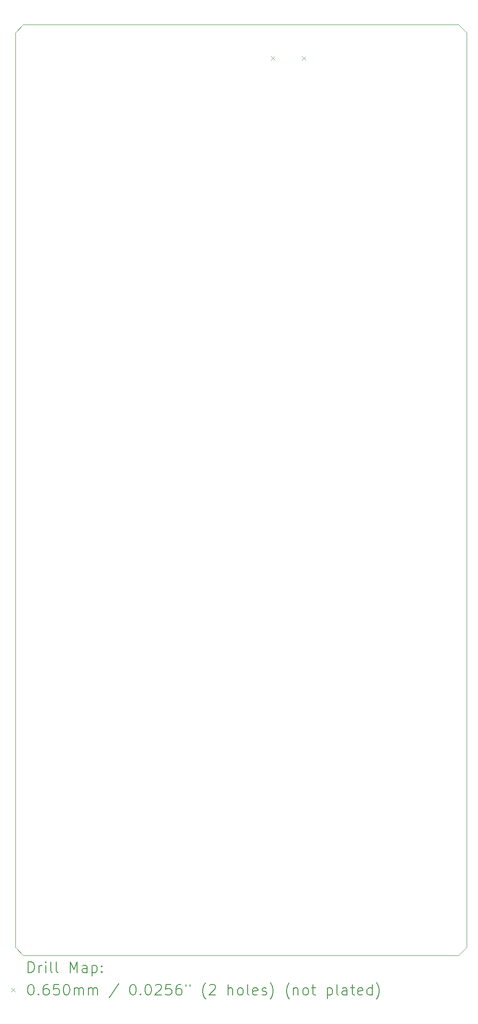
<source format=gbr>
%TF.GenerationSoftware,KiCad,Pcbnew,7.0.2*%
%TF.CreationDate,2023-05-23T23:28:56+01:00*%
%TF.ProjectId,kat_control_board,6b61745f-636f-46e7-9472-6f6c5f626f61,rev?*%
%TF.SameCoordinates,Original*%
%TF.FileFunction,Drillmap*%
%TF.FilePolarity,Positive*%
%FSLAX45Y45*%
G04 Gerber Fmt 4.5, Leading zero omitted, Abs format (unit mm)*
G04 Created by KiCad (PCBNEW 7.0.2) date 2023-05-23 23:28:56*
%MOMM*%
%LPD*%
G01*
G04 APERTURE LIST*
%ADD10C,0.100000*%
%ADD11C,0.200000*%
%ADD12C,0.065000*%
G04 APERTURE END LIST*
D10*
X11275000Y-18900000D02*
X11125000Y-19050000D01*
X3000000Y-1700000D02*
X11125000Y-1700000D01*
X11125000Y-1700000D02*
X11275000Y-1850000D01*
X2850000Y-18900000D02*
X3000000Y-19050000D01*
X2850000Y-18900000D02*
X2850000Y-1850000D01*
X11275000Y-1850000D02*
X11275000Y-18900000D01*
X11125000Y-19050000D02*
X3000000Y-19050000D01*
X2850000Y-1850000D02*
X3000000Y-1700000D01*
D11*
D12*
X7628500Y-2298000D02*
X7693500Y-2363000D01*
X7693500Y-2298000D02*
X7628500Y-2363000D01*
X8206500Y-2298000D02*
X8271500Y-2363000D01*
X8271500Y-2298000D02*
X8206500Y-2363000D01*
D11*
X3092619Y-19367524D02*
X3092619Y-19167524D01*
X3092619Y-19167524D02*
X3140238Y-19167524D01*
X3140238Y-19167524D02*
X3168809Y-19177048D01*
X3168809Y-19177048D02*
X3187857Y-19196095D01*
X3187857Y-19196095D02*
X3197381Y-19215143D01*
X3197381Y-19215143D02*
X3206905Y-19253238D01*
X3206905Y-19253238D02*
X3206905Y-19281810D01*
X3206905Y-19281810D02*
X3197381Y-19319905D01*
X3197381Y-19319905D02*
X3187857Y-19338952D01*
X3187857Y-19338952D02*
X3168809Y-19358000D01*
X3168809Y-19358000D02*
X3140238Y-19367524D01*
X3140238Y-19367524D02*
X3092619Y-19367524D01*
X3292619Y-19367524D02*
X3292619Y-19234190D01*
X3292619Y-19272286D02*
X3302143Y-19253238D01*
X3302143Y-19253238D02*
X3311667Y-19243714D01*
X3311667Y-19243714D02*
X3330714Y-19234190D01*
X3330714Y-19234190D02*
X3349762Y-19234190D01*
X3416428Y-19367524D02*
X3416428Y-19234190D01*
X3416428Y-19167524D02*
X3406905Y-19177048D01*
X3406905Y-19177048D02*
X3416428Y-19186571D01*
X3416428Y-19186571D02*
X3425952Y-19177048D01*
X3425952Y-19177048D02*
X3416428Y-19167524D01*
X3416428Y-19167524D02*
X3416428Y-19186571D01*
X3540238Y-19367524D02*
X3521190Y-19358000D01*
X3521190Y-19358000D02*
X3511667Y-19338952D01*
X3511667Y-19338952D02*
X3511667Y-19167524D01*
X3645000Y-19367524D02*
X3625952Y-19358000D01*
X3625952Y-19358000D02*
X3616428Y-19338952D01*
X3616428Y-19338952D02*
X3616428Y-19167524D01*
X3873571Y-19367524D02*
X3873571Y-19167524D01*
X3873571Y-19167524D02*
X3940238Y-19310381D01*
X3940238Y-19310381D02*
X4006905Y-19167524D01*
X4006905Y-19167524D02*
X4006905Y-19367524D01*
X4187857Y-19367524D02*
X4187857Y-19262762D01*
X4187857Y-19262762D02*
X4178333Y-19243714D01*
X4178333Y-19243714D02*
X4159286Y-19234190D01*
X4159286Y-19234190D02*
X4121190Y-19234190D01*
X4121190Y-19234190D02*
X4102143Y-19243714D01*
X4187857Y-19358000D02*
X4168809Y-19367524D01*
X4168809Y-19367524D02*
X4121190Y-19367524D01*
X4121190Y-19367524D02*
X4102143Y-19358000D01*
X4102143Y-19358000D02*
X4092619Y-19338952D01*
X4092619Y-19338952D02*
X4092619Y-19319905D01*
X4092619Y-19319905D02*
X4102143Y-19300857D01*
X4102143Y-19300857D02*
X4121190Y-19291333D01*
X4121190Y-19291333D02*
X4168809Y-19291333D01*
X4168809Y-19291333D02*
X4187857Y-19281810D01*
X4283095Y-19234190D02*
X4283095Y-19434190D01*
X4283095Y-19243714D02*
X4302143Y-19234190D01*
X4302143Y-19234190D02*
X4340238Y-19234190D01*
X4340238Y-19234190D02*
X4359286Y-19243714D01*
X4359286Y-19243714D02*
X4368810Y-19253238D01*
X4368810Y-19253238D02*
X4378333Y-19272286D01*
X4378333Y-19272286D02*
X4378333Y-19329429D01*
X4378333Y-19329429D02*
X4368810Y-19348476D01*
X4368810Y-19348476D02*
X4359286Y-19358000D01*
X4359286Y-19358000D02*
X4340238Y-19367524D01*
X4340238Y-19367524D02*
X4302143Y-19367524D01*
X4302143Y-19367524D02*
X4283095Y-19358000D01*
X4464048Y-19348476D02*
X4473571Y-19358000D01*
X4473571Y-19358000D02*
X4464048Y-19367524D01*
X4464048Y-19367524D02*
X4454524Y-19358000D01*
X4454524Y-19358000D02*
X4464048Y-19348476D01*
X4464048Y-19348476D02*
X4464048Y-19367524D01*
X4464048Y-19243714D02*
X4473571Y-19253238D01*
X4473571Y-19253238D02*
X4464048Y-19262762D01*
X4464048Y-19262762D02*
X4454524Y-19253238D01*
X4454524Y-19253238D02*
X4464048Y-19243714D01*
X4464048Y-19243714D02*
X4464048Y-19262762D01*
D12*
X2780000Y-19662500D02*
X2845000Y-19727500D01*
X2845000Y-19662500D02*
X2780000Y-19727500D01*
D11*
X3130714Y-19587524D02*
X3149762Y-19587524D01*
X3149762Y-19587524D02*
X3168809Y-19597048D01*
X3168809Y-19597048D02*
X3178333Y-19606571D01*
X3178333Y-19606571D02*
X3187857Y-19625619D01*
X3187857Y-19625619D02*
X3197381Y-19663714D01*
X3197381Y-19663714D02*
X3197381Y-19711333D01*
X3197381Y-19711333D02*
X3187857Y-19749429D01*
X3187857Y-19749429D02*
X3178333Y-19768476D01*
X3178333Y-19768476D02*
X3168809Y-19778000D01*
X3168809Y-19778000D02*
X3149762Y-19787524D01*
X3149762Y-19787524D02*
X3130714Y-19787524D01*
X3130714Y-19787524D02*
X3111667Y-19778000D01*
X3111667Y-19778000D02*
X3102143Y-19768476D01*
X3102143Y-19768476D02*
X3092619Y-19749429D01*
X3092619Y-19749429D02*
X3083095Y-19711333D01*
X3083095Y-19711333D02*
X3083095Y-19663714D01*
X3083095Y-19663714D02*
X3092619Y-19625619D01*
X3092619Y-19625619D02*
X3102143Y-19606571D01*
X3102143Y-19606571D02*
X3111667Y-19597048D01*
X3111667Y-19597048D02*
X3130714Y-19587524D01*
X3283095Y-19768476D02*
X3292619Y-19778000D01*
X3292619Y-19778000D02*
X3283095Y-19787524D01*
X3283095Y-19787524D02*
X3273571Y-19778000D01*
X3273571Y-19778000D02*
X3283095Y-19768476D01*
X3283095Y-19768476D02*
X3283095Y-19787524D01*
X3464048Y-19587524D02*
X3425952Y-19587524D01*
X3425952Y-19587524D02*
X3406905Y-19597048D01*
X3406905Y-19597048D02*
X3397381Y-19606571D01*
X3397381Y-19606571D02*
X3378333Y-19635143D01*
X3378333Y-19635143D02*
X3368809Y-19673238D01*
X3368809Y-19673238D02*
X3368809Y-19749429D01*
X3368809Y-19749429D02*
X3378333Y-19768476D01*
X3378333Y-19768476D02*
X3387857Y-19778000D01*
X3387857Y-19778000D02*
X3406905Y-19787524D01*
X3406905Y-19787524D02*
X3445000Y-19787524D01*
X3445000Y-19787524D02*
X3464048Y-19778000D01*
X3464048Y-19778000D02*
X3473571Y-19768476D01*
X3473571Y-19768476D02*
X3483095Y-19749429D01*
X3483095Y-19749429D02*
X3483095Y-19701810D01*
X3483095Y-19701810D02*
X3473571Y-19682762D01*
X3473571Y-19682762D02*
X3464048Y-19673238D01*
X3464048Y-19673238D02*
X3445000Y-19663714D01*
X3445000Y-19663714D02*
X3406905Y-19663714D01*
X3406905Y-19663714D02*
X3387857Y-19673238D01*
X3387857Y-19673238D02*
X3378333Y-19682762D01*
X3378333Y-19682762D02*
X3368809Y-19701810D01*
X3664048Y-19587524D02*
X3568809Y-19587524D01*
X3568809Y-19587524D02*
X3559286Y-19682762D01*
X3559286Y-19682762D02*
X3568809Y-19673238D01*
X3568809Y-19673238D02*
X3587857Y-19663714D01*
X3587857Y-19663714D02*
X3635476Y-19663714D01*
X3635476Y-19663714D02*
X3654524Y-19673238D01*
X3654524Y-19673238D02*
X3664048Y-19682762D01*
X3664048Y-19682762D02*
X3673571Y-19701810D01*
X3673571Y-19701810D02*
X3673571Y-19749429D01*
X3673571Y-19749429D02*
X3664048Y-19768476D01*
X3664048Y-19768476D02*
X3654524Y-19778000D01*
X3654524Y-19778000D02*
X3635476Y-19787524D01*
X3635476Y-19787524D02*
X3587857Y-19787524D01*
X3587857Y-19787524D02*
X3568809Y-19778000D01*
X3568809Y-19778000D02*
X3559286Y-19768476D01*
X3797381Y-19587524D02*
X3816429Y-19587524D01*
X3816429Y-19587524D02*
X3835476Y-19597048D01*
X3835476Y-19597048D02*
X3845000Y-19606571D01*
X3845000Y-19606571D02*
X3854524Y-19625619D01*
X3854524Y-19625619D02*
X3864048Y-19663714D01*
X3864048Y-19663714D02*
X3864048Y-19711333D01*
X3864048Y-19711333D02*
X3854524Y-19749429D01*
X3854524Y-19749429D02*
X3845000Y-19768476D01*
X3845000Y-19768476D02*
X3835476Y-19778000D01*
X3835476Y-19778000D02*
X3816429Y-19787524D01*
X3816429Y-19787524D02*
X3797381Y-19787524D01*
X3797381Y-19787524D02*
X3778333Y-19778000D01*
X3778333Y-19778000D02*
X3768809Y-19768476D01*
X3768809Y-19768476D02*
X3759286Y-19749429D01*
X3759286Y-19749429D02*
X3749762Y-19711333D01*
X3749762Y-19711333D02*
X3749762Y-19663714D01*
X3749762Y-19663714D02*
X3759286Y-19625619D01*
X3759286Y-19625619D02*
X3768809Y-19606571D01*
X3768809Y-19606571D02*
X3778333Y-19597048D01*
X3778333Y-19597048D02*
X3797381Y-19587524D01*
X3949762Y-19787524D02*
X3949762Y-19654190D01*
X3949762Y-19673238D02*
X3959286Y-19663714D01*
X3959286Y-19663714D02*
X3978333Y-19654190D01*
X3978333Y-19654190D02*
X4006905Y-19654190D01*
X4006905Y-19654190D02*
X4025952Y-19663714D01*
X4025952Y-19663714D02*
X4035476Y-19682762D01*
X4035476Y-19682762D02*
X4035476Y-19787524D01*
X4035476Y-19682762D02*
X4045000Y-19663714D01*
X4045000Y-19663714D02*
X4064048Y-19654190D01*
X4064048Y-19654190D02*
X4092619Y-19654190D01*
X4092619Y-19654190D02*
X4111667Y-19663714D01*
X4111667Y-19663714D02*
X4121190Y-19682762D01*
X4121190Y-19682762D02*
X4121190Y-19787524D01*
X4216429Y-19787524D02*
X4216429Y-19654190D01*
X4216429Y-19673238D02*
X4225952Y-19663714D01*
X4225952Y-19663714D02*
X4245000Y-19654190D01*
X4245000Y-19654190D02*
X4273572Y-19654190D01*
X4273572Y-19654190D02*
X4292619Y-19663714D01*
X4292619Y-19663714D02*
X4302143Y-19682762D01*
X4302143Y-19682762D02*
X4302143Y-19787524D01*
X4302143Y-19682762D02*
X4311667Y-19663714D01*
X4311667Y-19663714D02*
X4330714Y-19654190D01*
X4330714Y-19654190D02*
X4359286Y-19654190D01*
X4359286Y-19654190D02*
X4378333Y-19663714D01*
X4378333Y-19663714D02*
X4387857Y-19682762D01*
X4387857Y-19682762D02*
X4387857Y-19787524D01*
X4778333Y-19578000D02*
X4606905Y-19835143D01*
X5035476Y-19587524D02*
X5054524Y-19587524D01*
X5054524Y-19587524D02*
X5073572Y-19597048D01*
X5073572Y-19597048D02*
X5083095Y-19606571D01*
X5083095Y-19606571D02*
X5092619Y-19625619D01*
X5092619Y-19625619D02*
X5102143Y-19663714D01*
X5102143Y-19663714D02*
X5102143Y-19711333D01*
X5102143Y-19711333D02*
X5092619Y-19749429D01*
X5092619Y-19749429D02*
X5083095Y-19768476D01*
X5083095Y-19768476D02*
X5073572Y-19778000D01*
X5073572Y-19778000D02*
X5054524Y-19787524D01*
X5054524Y-19787524D02*
X5035476Y-19787524D01*
X5035476Y-19787524D02*
X5016429Y-19778000D01*
X5016429Y-19778000D02*
X5006905Y-19768476D01*
X5006905Y-19768476D02*
X4997381Y-19749429D01*
X4997381Y-19749429D02*
X4987857Y-19711333D01*
X4987857Y-19711333D02*
X4987857Y-19663714D01*
X4987857Y-19663714D02*
X4997381Y-19625619D01*
X4997381Y-19625619D02*
X5006905Y-19606571D01*
X5006905Y-19606571D02*
X5016429Y-19597048D01*
X5016429Y-19597048D02*
X5035476Y-19587524D01*
X5187857Y-19768476D02*
X5197381Y-19778000D01*
X5197381Y-19778000D02*
X5187857Y-19787524D01*
X5187857Y-19787524D02*
X5178334Y-19778000D01*
X5178334Y-19778000D02*
X5187857Y-19768476D01*
X5187857Y-19768476D02*
X5187857Y-19787524D01*
X5321191Y-19587524D02*
X5340238Y-19587524D01*
X5340238Y-19587524D02*
X5359286Y-19597048D01*
X5359286Y-19597048D02*
X5368810Y-19606571D01*
X5368810Y-19606571D02*
X5378334Y-19625619D01*
X5378334Y-19625619D02*
X5387857Y-19663714D01*
X5387857Y-19663714D02*
X5387857Y-19711333D01*
X5387857Y-19711333D02*
X5378334Y-19749429D01*
X5378334Y-19749429D02*
X5368810Y-19768476D01*
X5368810Y-19768476D02*
X5359286Y-19778000D01*
X5359286Y-19778000D02*
X5340238Y-19787524D01*
X5340238Y-19787524D02*
X5321191Y-19787524D01*
X5321191Y-19787524D02*
X5302143Y-19778000D01*
X5302143Y-19778000D02*
X5292619Y-19768476D01*
X5292619Y-19768476D02*
X5283095Y-19749429D01*
X5283095Y-19749429D02*
X5273572Y-19711333D01*
X5273572Y-19711333D02*
X5273572Y-19663714D01*
X5273572Y-19663714D02*
X5283095Y-19625619D01*
X5283095Y-19625619D02*
X5292619Y-19606571D01*
X5292619Y-19606571D02*
X5302143Y-19597048D01*
X5302143Y-19597048D02*
X5321191Y-19587524D01*
X5464048Y-19606571D02*
X5473572Y-19597048D01*
X5473572Y-19597048D02*
X5492619Y-19587524D01*
X5492619Y-19587524D02*
X5540238Y-19587524D01*
X5540238Y-19587524D02*
X5559286Y-19597048D01*
X5559286Y-19597048D02*
X5568810Y-19606571D01*
X5568810Y-19606571D02*
X5578334Y-19625619D01*
X5578334Y-19625619D02*
X5578334Y-19644667D01*
X5578334Y-19644667D02*
X5568810Y-19673238D01*
X5568810Y-19673238D02*
X5454524Y-19787524D01*
X5454524Y-19787524D02*
X5578334Y-19787524D01*
X5759286Y-19587524D02*
X5664048Y-19587524D01*
X5664048Y-19587524D02*
X5654524Y-19682762D01*
X5654524Y-19682762D02*
X5664048Y-19673238D01*
X5664048Y-19673238D02*
X5683095Y-19663714D01*
X5683095Y-19663714D02*
X5730714Y-19663714D01*
X5730714Y-19663714D02*
X5749762Y-19673238D01*
X5749762Y-19673238D02*
X5759286Y-19682762D01*
X5759286Y-19682762D02*
X5768810Y-19701810D01*
X5768810Y-19701810D02*
X5768810Y-19749429D01*
X5768810Y-19749429D02*
X5759286Y-19768476D01*
X5759286Y-19768476D02*
X5749762Y-19778000D01*
X5749762Y-19778000D02*
X5730714Y-19787524D01*
X5730714Y-19787524D02*
X5683095Y-19787524D01*
X5683095Y-19787524D02*
X5664048Y-19778000D01*
X5664048Y-19778000D02*
X5654524Y-19768476D01*
X5940238Y-19587524D02*
X5902143Y-19587524D01*
X5902143Y-19587524D02*
X5883095Y-19597048D01*
X5883095Y-19597048D02*
X5873572Y-19606571D01*
X5873572Y-19606571D02*
X5854524Y-19635143D01*
X5854524Y-19635143D02*
X5845000Y-19673238D01*
X5845000Y-19673238D02*
X5845000Y-19749429D01*
X5845000Y-19749429D02*
X5854524Y-19768476D01*
X5854524Y-19768476D02*
X5864048Y-19778000D01*
X5864048Y-19778000D02*
X5883095Y-19787524D01*
X5883095Y-19787524D02*
X5921191Y-19787524D01*
X5921191Y-19787524D02*
X5940238Y-19778000D01*
X5940238Y-19778000D02*
X5949762Y-19768476D01*
X5949762Y-19768476D02*
X5959286Y-19749429D01*
X5959286Y-19749429D02*
X5959286Y-19701810D01*
X5959286Y-19701810D02*
X5949762Y-19682762D01*
X5949762Y-19682762D02*
X5940238Y-19673238D01*
X5940238Y-19673238D02*
X5921191Y-19663714D01*
X5921191Y-19663714D02*
X5883095Y-19663714D01*
X5883095Y-19663714D02*
X5864048Y-19673238D01*
X5864048Y-19673238D02*
X5854524Y-19682762D01*
X5854524Y-19682762D02*
X5845000Y-19701810D01*
X6035476Y-19587524D02*
X6035476Y-19625619D01*
X6111667Y-19587524D02*
X6111667Y-19625619D01*
X6406905Y-19863714D02*
X6397381Y-19854190D01*
X6397381Y-19854190D02*
X6378334Y-19825619D01*
X6378334Y-19825619D02*
X6368810Y-19806571D01*
X6368810Y-19806571D02*
X6359286Y-19778000D01*
X6359286Y-19778000D02*
X6349762Y-19730381D01*
X6349762Y-19730381D02*
X6349762Y-19692286D01*
X6349762Y-19692286D02*
X6359286Y-19644667D01*
X6359286Y-19644667D02*
X6368810Y-19616095D01*
X6368810Y-19616095D02*
X6378334Y-19597048D01*
X6378334Y-19597048D02*
X6397381Y-19568476D01*
X6397381Y-19568476D02*
X6406905Y-19558952D01*
X6473572Y-19606571D02*
X6483095Y-19597048D01*
X6483095Y-19597048D02*
X6502143Y-19587524D01*
X6502143Y-19587524D02*
X6549762Y-19587524D01*
X6549762Y-19587524D02*
X6568810Y-19597048D01*
X6568810Y-19597048D02*
X6578334Y-19606571D01*
X6578334Y-19606571D02*
X6587857Y-19625619D01*
X6587857Y-19625619D02*
X6587857Y-19644667D01*
X6587857Y-19644667D02*
X6578334Y-19673238D01*
X6578334Y-19673238D02*
X6464048Y-19787524D01*
X6464048Y-19787524D02*
X6587857Y-19787524D01*
X6825953Y-19787524D02*
X6825953Y-19587524D01*
X6911667Y-19787524D02*
X6911667Y-19682762D01*
X6911667Y-19682762D02*
X6902143Y-19663714D01*
X6902143Y-19663714D02*
X6883096Y-19654190D01*
X6883096Y-19654190D02*
X6854524Y-19654190D01*
X6854524Y-19654190D02*
X6835476Y-19663714D01*
X6835476Y-19663714D02*
X6825953Y-19673238D01*
X7035476Y-19787524D02*
X7016429Y-19778000D01*
X7016429Y-19778000D02*
X7006905Y-19768476D01*
X7006905Y-19768476D02*
X6997381Y-19749429D01*
X6997381Y-19749429D02*
X6997381Y-19692286D01*
X6997381Y-19692286D02*
X7006905Y-19673238D01*
X7006905Y-19673238D02*
X7016429Y-19663714D01*
X7016429Y-19663714D02*
X7035476Y-19654190D01*
X7035476Y-19654190D02*
X7064048Y-19654190D01*
X7064048Y-19654190D02*
X7083096Y-19663714D01*
X7083096Y-19663714D02*
X7092619Y-19673238D01*
X7092619Y-19673238D02*
X7102143Y-19692286D01*
X7102143Y-19692286D02*
X7102143Y-19749429D01*
X7102143Y-19749429D02*
X7092619Y-19768476D01*
X7092619Y-19768476D02*
X7083096Y-19778000D01*
X7083096Y-19778000D02*
X7064048Y-19787524D01*
X7064048Y-19787524D02*
X7035476Y-19787524D01*
X7216429Y-19787524D02*
X7197381Y-19778000D01*
X7197381Y-19778000D02*
X7187857Y-19758952D01*
X7187857Y-19758952D02*
X7187857Y-19587524D01*
X7368810Y-19778000D02*
X7349762Y-19787524D01*
X7349762Y-19787524D02*
X7311667Y-19787524D01*
X7311667Y-19787524D02*
X7292619Y-19778000D01*
X7292619Y-19778000D02*
X7283096Y-19758952D01*
X7283096Y-19758952D02*
X7283096Y-19682762D01*
X7283096Y-19682762D02*
X7292619Y-19663714D01*
X7292619Y-19663714D02*
X7311667Y-19654190D01*
X7311667Y-19654190D02*
X7349762Y-19654190D01*
X7349762Y-19654190D02*
X7368810Y-19663714D01*
X7368810Y-19663714D02*
X7378334Y-19682762D01*
X7378334Y-19682762D02*
X7378334Y-19701810D01*
X7378334Y-19701810D02*
X7283096Y-19720857D01*
X7454524Y-19778000D02*
X7473572Y-19787524D01*
X7473572Y-19787524D02*
X7511667Y-19787524D01*
X7511667Y-19787524D02*
X7530715Y-19778000D01*
X7530715Y-19778000D02*
X7540238Y-19758952D01*
X7540238Y-19758952D02*
X7540238Y-19749429D01*
X7540238Y-19749429D02*
X7530715Y-19730381D01*
X7530715Y-19730381D02*
X7511667Y-19720857D01*
X7511667Y-19720857D02*
X7483096Y-19720857D01*
X7483096Y-19720857D02*
X7464048Y-19711333D01*
X7464048Y-19711333D02*
X7454524Y-19692286D01*
X7454524Y-19692286D02*
X7454524Y-19682762D01*
X7454524Y-19682762D02*
X7464048Y-19663714D01*
X7464048Y-19663714D02*
X7483096Y-19654190D01*
X7483096Y-19654190D02*
X7511667Y-19654190D01*
X7511667Y-19654190D02*
X7530715Y-19663714D01*
X7606905Y-19863714D02*
X7616429Y-19854190D01*
X7616429Y-19854190D02*
X7635477Y-19825619D01*
X7635477Y-19825619D02*
X7645000Y-19806571D01*
X7645000Y-19806571D02*
X7654524Y-19778000D01*
X7654524Y-19778000D02*
X7664048Y-19730381D01*
X7664048Y-19730381D02*
X7664048Y-19692286D01*
X7664048Y-19692286D02*
X7654524Y-19644667D01*
X7654524Y-19644667D02*
X7645000Y-19616095D01*
X7645000Y-19616095D02*
X7635477Y-19597048D01*
X7635477Y-19597048D02*
X7616429Y-19568476D01*
X7616429Y-19568476D02*
X7606905Y-19558952D01*
X7968810Y-19863714D02*
X7959286Y-19854190D01*
X7959286Y-19854190D02*
X7940238Y-19825619D01*
X7940238Y-19825619D02*
X7930715Y-19806571D01*
X7930715Y-19806571D02*
X7921191Y-19778000D01*
X7921191Y-19778000D02*
X7911667Y-19730381D01*
X7911667Y-19730381D02*
X7911667Y-19692286D01*
X7911667Y-19692286D02*
X7921191Y-19644667D01*
X7921191Y-19644667D02*
X7930715Y-19616095D01*
X7930715Y-19616095D02*
X7940238Y-19597048D01*
X7940238Y-19597048D02*
X7959286Y-19568476D01*
X7959286Y-19568476D02*
X7968810Y-19558952D01*
X8045000Y-19654190D02*
X8045000Y-19787524D01*
X8045000Y-19673238D02*
X8054524Y-19663714D01*
X8054524Y-19663714D02*
X8073572Y-19654190D01*
X8073572Y-19654190D02*
X8102143Y-19654190D01*
X8102143Y-19654190D02*
X8121191Y-19663714D01*
X8121191Y-19663714D02*
X8130715Y-19682762D01*
X8130715Y-19682762D02*
X8130715Y-19787524D01*
X8254524Y-19787524D02*
X8235477Y-19778000D01*
X8235477Y-19778000D02*
X8225953Y-19768476D01*
X8225953Y-19768476D02*
X8216429Y-19749429D01*
X8216429Y-19749429D02*
X8216429Y-19692286D01*
X8216429Y-19692286D02*
X8225953Y-19673238D01*
X8225953Y-19673238D02*
X8235477Y-19663714D01*
X8235477Y-19663714D02*
X8254524Y-19654190D01*
X8254524Y-19654190D02*
X8283096Y-19654190D01*
X8283096Y-19654190D02*
X8302143Y-19663714D01*
X8302143Y-19663714D02*
X8311667Y-19673238D01*
X8311667Y-19673238D02*
X8321191Y-19692286D01*
X8321191Y-19692286D02*
X8321191Y-19749429D01*
X8321191Y-19749429D02*
X8311667Y-19768476D01*
X8311667Y-19768476D02*
X8302143Y-19778000D01*
X8302143Y-19778000D02*
X8283096Y-19787524D01*
X8283096Y-19787524D02*
X8254524Y-19787524D01*
X8378334Y-19654190D02*
X8454524Y-19654190D01*
X8406905Y-19587524D02*
X8406905Y-19758952D01*
X8406905Y-19758952D02*
X8416429Y-19778000D01*
X8416429Y-19778000D02*
X8435477Y-19787524D01*
X8435477Y-19787524D02*
X8454524Y-19787524D01*
X8673572Y-19654190D02*
X8673572Y-19854190D01*
X8673572Y-19663714D02*
X8692620Y-19654190D01*
X8692620Y-19654190D02*
X8730715Y-19654190D01*
X8730715Y-19654190D02*
X8749762Y-19663714D01*
X8749762Y-19663714D02*
X8759286Y-19673238D01*
X8759286Y-19673238D02*
X8768810Y-19692286D01*
X8768810Y-19692286D02*
X8768810Y-19749429D01*
X8768810Y-19749429D02*
X8759286Y-19768476D01*
X8759286Y-19768476D02*
X8749762Y-19778000D01*
X8749762Y-19778000D02*
X8730715Y-19787524D01*
X8730715Y-19787524D02*
X8692620Y-19787524D01*
X8692620Y-19787524D02*
X8673572Y-19778000D01*
X8883096Y-19787524D02*
X8864048Y-19778000D01*
X8864048Y-19778000D02*
X8854524Y-19758952D01*
X8854524Y-19758952D02*
X8854524Y-19587524D01*
X9045001Y-19787524D02*
X9045001Y-19682762D01*
X9045001Y-19682762D02*
X9035477Y-19663714D01*
X9035477Y-19663714D02*
X9016429Y-19654190D01*
X9016429Y-19654190D02*
X8978334Y-19654190D01*
X8978334Y-19654190D02*
X8959286Y-19663714D01*
X9045001Y-19778000D02*
X9025953Y-19787524D01*
X9025953Y-19787524D02*
X8978334Y-19787524D01*
X8978334Y-19787524D02*
X8959286Y-19778000D01*
X8959286Y-19778000D02*
X8949762Y-19758952D01*
X8949762Y-19758952D02*
X8949762Y-19739905D01*
X8949762Y-19739905D02*
X8959286Y-19720857D01*
X8959286Y-19720857D02*
X8978334Y-19711333D01*
X8978334Y-19711333D02*
X9025953Y-19711333D01*
X9025953Y-19711333D02*
X9045001Y-19701810D01*
X9111667Y-19654190D02*
X9187858Y-19654190D01*
X9140239Y-19587524D02*
X9140239Y-19758952D01*
X9140239Y-19758952D02*
X9149762Y-19778000D01*
X9149762Y-19778000D02*
X9168810Y-19787524D01*
X9168810Y-19787524D02*
X9187858Y-19787524D01*
X9330715Y-19778000D02*
X9311667Y-19787524D01*
X9311667Y-19787524D02*
X9273572Y-19787524D01*
X9273572Y-19787524D02*
X9254524Y-19778000D01*
X9254524Y-19778000D02*
X9245001Y-19758952D01*
X9245001Y-19758952D02*
X9245001Y-19682762D01*
X9245001Y-19682762D02*
X9254524Y-19663714D01*
X9254524Y-19663714D02*
X9273572Y-19654190D01*
X9273572Y-19654190D02*
X9311667Y-19654190D01*
X9311667Y-19654190D02*
X9330715Y-19663714D01*
X9330715Y-19663714D02*
X9340239Y-19682762D01*
X9340239Y-19682762D02*
X9340239Y-19701810D01*
X9340239Y-19701810D02*
X9245001Y-19720857D01*
X9511667Y-19787524D02*
X9511667Y-19587524D01*
X9511667Y-19778000D02*
X9492620Y-19787524D01*
X9492620Y-19787524D02*
X9454524Y-19787524D01*
X9454524Y-19787524D02*
X9435477Y-19778000D01*
X9435477Y-19778000D02*
X9425953Y-19768476D01*
X9425953Y-19768476D02*
X9416429Y-19749429D01*
X9416429Y-19749429D02*
X9416429Y-19692286D01*
X9416429Y-19692286D02*
X9425953Y-19673238D01*
X9425953Y-19673238D02*
X9435477Y-19663714D01*
X9435477Y-19663714D02*
X9454524Y-19654190D01*
X9454524Y-19654190D02*
X9492620Y-19654190D01*
X9492620Y-19654190D02*
X9511667Y-19663714D01*
X9587858Y-19863714D02*
X9597382Y-19854190D01*
X9597382Y-19854190D02*
X9616429Y-19825619D01*
X9616429Y-19825619D02*
X9625953Y-19806571D01*
X9625953Y-19806571D02*
X9635477Y-19778000D01*
X9635477Y-19778000D02*
X9645001Y-19730381D01*
X9645001Y-19730381D02*
X9645001Y-19692286D01*
X9645001Y-19692286D02*
X9635477Y-19644667D01*
X9635477Y-19644667D02*
X9625953Y-19616095D01*
X9625953Y-19616095D02*
X9616429Y-19597048D01*
X9616429Y-19597048D02*
X9597382Y-19568476D01*
X9597382Y-19568476D02*
X9587858Y-19558952D01*
M02*

</source>
